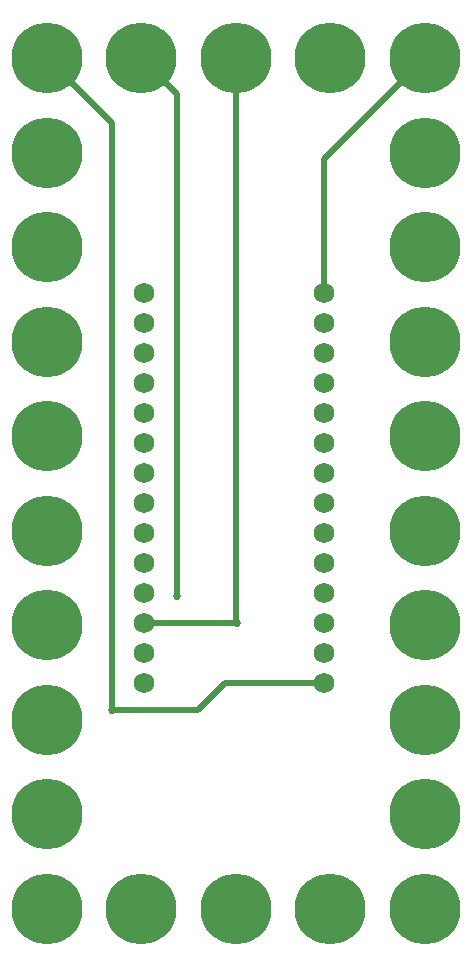
<source format=gbl>
%TF.GenerationSoftware,KiCad,Pcbnew,4.0.7-e2-6376~58~ubuntu16.04.1*%
%TF.CreationDate,2018-05-11T08:31:00-07:00*%
%TF.ProjectId,5x10-Teensy-LC-Breakout,357831302D5465656E73792D4C432D42,v1.4*%
%TF.FileFunction,Copper,L2,Bot,Signal*%
%FSLAX46Y46*%
G04 Gerber Fmt 4.6, Leading zero omitted, Abs format (unit mm)*
G04 Created by KiCad (PCBNEW 4.0.7-e2-6376~58~ubuntu16.04.1) date Fri May 11 08:31:00 2018*
%MOMM*%
%LPD*%
G01*
G04 APERTURE LIST*
%ADD10C,0.350000*%
%ADD11C,1.727200*%
%ADD12C,6.000000*%
%ADD13C,0.685800*%
%ADD14C,0.508000*%
%ADD15C,0.330200*%
%ADD16C,0.350000*%
G04 APERTURE END LIST*
D10*
D11*
X47260960Y-115449860D03*
X47260960Y-112909860D03*
X47260960Y-110369860D03*
X47260960Y-107829860D03*
X47260960Y-105289860D03*
X47260960Y-102749860D03*
X47260960Y-100209860D03*
X47260960Y-97669860D03*
X47260960Y-95129860D03*
X47260960Y-92589860D03*
X47260960Y-90049860D03*
X47260960Y-87509860D03*
X47260960Y-84969860D03*
X47260960Y-82429860D03*
X32020960Y-82429860D03*
X32020960Y-90049860D03*
X32020960Y-110369860D03*
X32020960Y-95129860D03*
X32020960Y-92589860D03*
X32020960Y-112909860D03*
X32020960Y-105289860D03*
X32020960Y-115449860D03*
X32020960Y-102749860D03*
X32020960Y-100209860D03*
X32020960Y-97669860D03*
X32020960Y-107829860D03*
X32020960Y-84969860D03*
X32020960Y-87509860D03*
D12*
X23813960Y-94579360D03*
X23814960Y-102579360D03*
X23814960Y-118579360D03*
X23814960Y-86579360D03*
X23814960Y-126579360D03*
X23814960Y-110579360D03*
X23813960Y-78579360D03*
X23813960Y-70579360D03*
X23814960Y-134579360D03*
X31813960Y-134579360D03*
X39813960Y-134579360D03*
X47813960Y-134579360D03*
X39813960Y-62579360D03*
X47813960Y-62579360D03*
X23814960Y-62579360D03*
X31813960Y-62579360D03*
X55813960Y-62579360D03*
X55813960Y-70579360D03*
X55813960Y-78579360D03*
X55813960Y-86579360D03*
X55813960Y-94579360D03*
X55813960Y-102579360D03*
X55813960Y-110579360D03*
X55813960Y-118579360D03*
X55813960Y-126579360D03*
X55813960Y-134579360D03*
D13*
X34813959Y-108096601D03*
X39893240Y-110363000D03*
X29321760Y-117734080D03*
D14*
X47260960Y-82429860D02*
X47260960Y-71132360D01*
X47260960Y-71132360D02*
X55813960Y-62579360D01*
X31813960Y-62579360D02*
X34813959Y-65579359D01*
X34813959Y-65579359D02*
X34813959Y-108096601D01*
X39813960Y-62579360D02*
X39813960Y-110283720D01*
X39813960Y-110283720D02*
X39893240Y-110363000D01*
X33249134Y-110363000D02*
X39893240Y-110363000D01*
X32020960Y-110369860D02*
X33242274Y-110369860D01*
X33242274Y-110369860D02*
X33249134Y-110363000D01*
X29321760Y-117734080D02*
X36631880Y-117734080D01*
X36631880Y-117734080D02*
X38916100Y-115449860D01*
X46989940Y-112638840D02*
X47260960Y-112909860D01*
X29321760Y-117734080D02*
X29321760Y-68086160D01*
X29321760Y-68086160D02*
X23814960Y-62579360D01*
X47260960Y-115449860D02*
X38916100Y-115449860D01*
D15*
X34813959Y-108096601D03*
X39893240Y-110363000D03*
X29321760Y-117734080D03*
D16*
X47260960Y-115449860D03*
X47260960Y-112909860D03*
X47260960Y-110369860D03*
X47260960Y-107829860D03*
X47260960Y-105289860D03*
X47260960Y-102749860D03*
X47260960Y-100209860D03*
X47260960Y-97669860D03*
X47260960Y-95129860D03*
X47260960Y-92589860D03*
X47260960Y-90049860D03*
X47260960Y-87509860D03*
X47260960Y-84969860D03*
X47260960Y-82429860D03*
X32020960Y-82429860D03*
X32020960Y-90049860D03*
X32020960Y-110369860D03*
X32020960Y-95129860D03*
X32020960Y-92589860D03*
X32020960Y-112909860D03*
X32020960Y-105289860D03*
X32020960Y-115449860D03*
X32020960Y-102749860D03*
X32020960Y-100209860D03*
X32020960Y-97669860D03*
X32020960Y-107829860D03*
X32020960Y-84969860D03*
X32020960Y-87509860D03*
X23813960Y-94579360D03*
X23814960Y-102579360D03*
X23814960Y-118579360D03*
X23814960Y-86579360D03*
X23814960Y-126579360D03*
X23814960Y-110579360D03*
X23813960Y-78579360D03*
X23813960Y-70579360D03*
X23814960Y-134579360D03*
X31813960Y-134579360D03*
X39813960Y-134579360D03*
X47813960Y-134579360D03*
X39813960Y-62579360D03*
X47813960Y-62579360D03*
X23814960Y-62579360D03*
X31813960Y-62579360D03*
X55813960Y-62579360D03*
X55813960Y-70579360D03*
X55813960Y-78579360D03*
X55813960Y-86579360D03*
X55813960Y-94579360D03*
X55813960Y-102579360D03*
X55813960Y-110579360D03*
X55813960Y-118579360D03*
X55813960Y-126579360D03*
X55813960Y-134579360D03*
M02*

</source>
